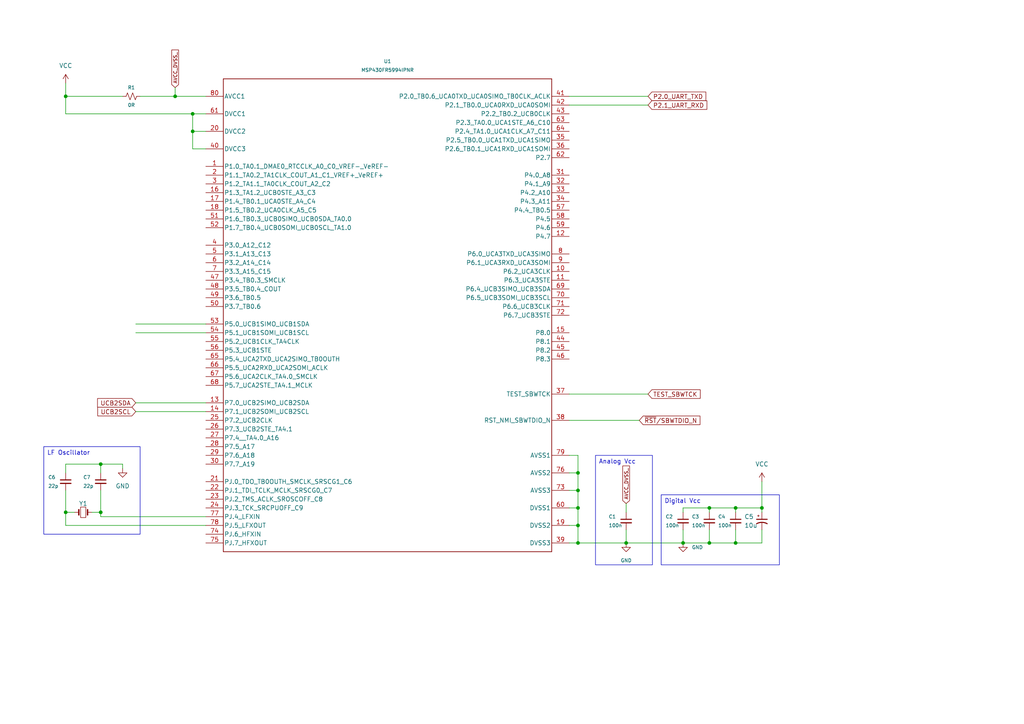
<source format=kicad_sch>
(kicad_sch (version 20230121) (generator eeschema)
  (paper "A4")
  (lib_symbols
    (symbol "Device:C_Polarized_Small_US" (pin_numbers hide) (pin_names (offset 0.254) hide)
      (property "Reference" "C" (at 0.254 1.778 0))
      (property "Value" "C_Polarized_Small_US" (at 0.254 -2.032 0))
      (symbol "C_Polarized_Small_US_0_1"
        (polyline (pts (xy -1.524 0.508) (xy 1.524 0.508)) (stroke (width 0.3048)))
        (polyline (pts (xy -1.27 1.524) (xy -0.762 1.524)))
        (polyline (pts (xy -1.016 1.27) (xy -1.016 1.778)))
        (arc (start 1.524 -0.762) (mid 0 -0.3734) (end -1.524 -0.762) (stroke (width 0.3048)))
      )
      (symbol "C_Polarized_Small_US_1_1"
        (pin passive line (at 0 2.54 270) (length 2.032) (name "~") (number "1"))
        (pin passive line (at 0 -2.54 90) (length 2.032) (name "~") (number "2"))
      )
    )
    (symbol "Device:C_Small" (pin_numbers hide) (pin_names (offset 0.254) hide)
      (property "Reference" "C" (at 0.254 1.778 0))
      (property "Value" "C_Small" (at 0.254 -2.032 0))
      (symbol "C_Small_0_1"
        (polyline (pts (xy -1.524 -0.508) (xy 1.524 -0.508)) (stroke (width 0.3302)))
        (polyline (pts (xy -1.524 0.508) (xy 1.524 0.508)) (stroke (width 0.3048)))
      )
      (symbol "C_Small_1_1"
        (pin passive line (at 0 2.54 270) (length 2.032) (name "~") (number "1"))
        (pin passive line (at 0 -2.54 90) (length 2.032) (name "~") (number "2"))
      )
    )
    (symbol "Device:Crystal_Small" (pin_numbers hide) (pin_names (offset 1.016) hide)
      (property "Reference" "Y" (at 0 2.54 0))
      (property "Value" "Crystal_Small" (at 0 -2.54 0))
      (symbol "Crystal_Small_0_1"
        (rectangle (start -0.762 -1.524) (end 0.762 1.524))
        (polyline (pts (xy -1.27 -0.762) (xy -1.27 0.762)) (stroke (width 0.381)))
        (polyline (pts (xy 1.27 -0.762) (xy 1.27 0.762)) (stroke (width 0.381)))
      )
      (symbol "Crystal_Small_1_1"
        (pin passive line (at -2.54 0 0) (length 1.27) (name "1") (number "1"))
        (pin passive line (at 2.54 0 180) (length 1.27) (name "2") (number "2"))
      )
    )
    (symbol "Device:R_Small_US" (pin_numbers hide) (pin_names (offset 0.254) hide)
      (property "Reference" "R" (at 0.762 0.508 0))
      (property "Value" "R_Small_US" (at 0.762 -1.016 0))
      (symbol "R_Small_US_1_1"
        (polyline (pts (xy 0 0) (xy 1.016 -0.381) (xy 0 -0.762) (xy -1.016 -1.143) (xy 0 -1.524)))
        (polyline (pts (xy 0 1.524) (xy 1.016 1.143) (xy 0 0.762) (xy -1.016 0.381) (xy 0 0)))
        (pin passive line (at 0 2.54 270) (length 1.016) (name "~") (number "1"))
        (pin passive line (at 0 -2.54 90) (length 1.016) (name "~") (number "2"))
      )
    )
    (symbol "LiFi_Receiver:MSP430FR5994IPNR" (pin_names (offset 0.254))
      (property "Reference" "U" (at 0 2.54 0))
      (property "Value" "MSP430FR5994IPNR" (at -34.29 1.27 0))
      (symbol "MSP430FR5994IPNR_0_1"
        (polyline (pts (xy -81.28 -68.58) (xy 13.97 -68.58)) (stroke (width 0.2032)))
        (polyline (pts (xy -81.28 68.58) (xy -81.28 -68.58)) (stroke (width 0.2032)))
        (polyline (pts (xy 13.97 -68.58) (xy 13.97 68.58)) (stroke (width 0.2032)))
        (polyline (pts (xy 13.97 68.58) (xy -81.28 68.58)) (stroke (width 0.2032)))
        (pin bidirectional line (at -86.36 43.18 0) (length 5.08) (name "P1.0_TA0.1_DMAE0_RTCCLK_A0_C0_VREF-_VeREF-") (number "1"))
        (pin bidirectional line (at 19.05 12.7 180) (length 5.08) (name "P6.2_UCA3CLK") (number "10"))
        (pin bidirectional line (at 19.05 10.16 180) (length 5.08) (name "P6.3_UCA3STE") (number "11"))
        (pin bidirectional line (at 19.05 22.86 180) (length 5.08) (name "P4.7") (number "12"))
        (pin bidirectional line (at -86.36 -25.4 0) (length 5.08) (name "P7.0_UCB2SIMO_UCB2SDA") (number "13"))
        (pin bidirectional line (at -86.36 -27.94 0) (length 5.08) (name "P7.1_UCB2SOMI_UCB2SCL") (number "14"))
        (pin bidirectional line (at 19.05 -5.08 180) (length 5.08) (name "P8.0") (number "15"))
        (pin bidirectional line (at -86.36 35.56 0) (length 5.08) (name "P1.3_TA1.2_UCB0STE_A3_C3") (number "16"))
        (pin bidirectional line (at -86.36 33.02 0) (length 5.08) (name "P1.4_TB0.1_UCA0STE_A4_C4") (number "17"))
        (pin bidirectional line (at -86.36 30.48 0) (length 5.08) (name "P1.5_TB0.2_UCA0CLK_A5_C5") (number "18"))
        (pin power_in line (at 19.05 -60.96 180) (length 5.08) (name "DVSS2") (number "19"))
        (pin bidirectional line (at -86.36 40.64 0) (length 5.08) (name "P1.1_TA0.2_TA1CLK_COUT_A1_C1_VREF+_VeREF+") (number "2"))
        (pin power_in line (at -86.36 53.34 0) (length 5.08) (name "DVCC2") (number "20"))
        (pin bidirectional line (at -86.36 -48.26 0) (length 5.08) (name "PJ.0_TDO_TB0OUTH_SMCLK_SRSCG1_C6") (number "21"))
        (pin bidirectional line (at -86.36 -50.8 0) (length 5.08) (name "PJ.1_TDI_TCLK_MCLK_SRSCG0_C7") (number "22"))
        (pin bidirectional line (at -86.36 -53.34 0) (length 5.08) (name "PJ.2_TMS_ACLK_SROSCOFF_C8") (number "23"))
        (pin bidirectional line (at -86.36 -55.88 0) (length 5.08) (name "PJ.3_TCK_SRCPUOFF_C9") (number "24"))
        (pin bidirectional line (at -86.36 -30.48 0) (length 5.08) (name "P7.2_UCB2CLK") (number "25"))
        (pin bidirectional line (at -86.36 -33.02 0) (length 5.08) (name "P7.3_UCB2STE_TA4.1") (number "26"))
        (pin bidirectional line (at -86.36 -35.56 0) (length 5.08) (name "P7.4__TA4.0_A16") (number "27"))
        (pin bidirectional line (at -86.36 -38.1 0) (length 5.08) (name "P7.5_A17") (number "28"))
        (pin bidirectional line (at -86.36 -40.64 0) (length 5.08) (name "P7.6_A18") (number "29"))
        (pin bidirectional line (at -86.36 38.1 0) (length 5.08) (name "P1.2_TA1.1_TA0CLK_COUT_A2_C2") (number "3"))
        (pin bidirectional line (at -86.36 -43.18 0) (length 5.08) (name "P7.7_A19") (number "30"))
        (pin bidirectional line (at 19.05 40.64 180) (length 5.08) (name "P4.0_A8") (number "31"))
        (pin bidirectional line (at 19.05 38.1 180) (length 5.08) (name "P4.1_A9") (number "32"))
        (pin bidirectional line (at 19.05 35.56 180) (length 5.08) (name "P4.2_A10") (number "33"))
        (pin bidirectional line (at 19.05 33.02 180) (length 5.08) (name "P4.3_A11") (number "34"))
        (pin bidirectional line (at 19.05 50.8 180) (length 5.08) (name "P2.5_TB0.0_UCA1TXD_UCA1SIMO") (number "35"))
        (pin bidirectional line (at 19.05 48.26 180) (length 5.08) (name "P2.6_TB0.1_UCA1RXD_UCA1SOMI") (number "36"))
        (pin input line (at 19.05 -22.86 180) (length 5.08) (name "TEST_SBWTCK") (number "37"))
        (pin bidirectional line (at 19.05 -30.48 180) (length 5.08) (name "RST_NMI_SBWTDIO_N") (number "38"))
        (pin power_in line (at 19.05 -66.04 180) (length 5.08) (name "DVSS3") (number "39"))
        (pin bidirectional line (at -86.36 20.32 0) (length 5.08) (name "P3.0_A12_C12") (number "4"))
        (pin power_in line (at -86.36 48.26 0) (length 5.08) (name "DVCC3") (number "40"))
        (pin bidirectional line (at 19.05 63.5 180) (length 5.08) (name "P2.0_TB0.6_UCA0TXD_UCA0SIMO_TB0CLK_ACLK") (number "41"))
        (pin bidirectional line (at 19.05 60.96 180) (length 5.08) (name "P2.1_TB0.0_UCA0RXD_UCA0SOMI") (number "42"))
        (pin bidirectional line (at 19.05 58.42 180) (length 5.08) (name "P2.2_TB0.2_UCB0CLK") (number "43"))
        (pin bidirectional line (at 19.05 -7.62 180) (length 5.08) (name "P8.1") (number "44"))
        (pin bidirectional line (at 19.05 -10.16 180) (length 5.08) (name "P8.2") (number "45"))
        (pin bidirectional line (at 19.05 -12.7 180) (length 5.08) (name "P8.3") (number "46"))
        (pin bidirectional line (at -86.36 10.16 0) (length 5.08) (name "P3.4_TB0.3_SMCLK") (number "47"))
        (pin bidirectional line (at -86.36 7.62 0) (length 5.08) (name "P3.5_TB0.4_COUT") (number "48"))
        (pin bidirectional line (at -86.36 5.08 0) (length 5.08) (name "P3.6_TB0.5") (number "49"))
        (pin bidirectional line (at -86.36 17.78 0) (length 5.08) (name "P3.1_A13_C13") (number "5"))
        (pin bidirectional line (at -86.36 2.54 0) (length 5.08) (name "P3.7_TB0.6") (number "50"))
        (pin bidirectional line (at -86.36 27.94 0) (length 5.08) (name "P1.6_TB0.3_UCB0SIMO_UCB0SDA_TA0.0") (number "51"))
        (pin bidirectional line (at -86.36 25.4 0) (length 5.08) (name "P1.7_TB0.4_UCB0SOMI_UCB0SCL_TA1.0") (number "52"))
        (pin bidirectional line (at -86.36 -2.54 0) (length 5.08) (name "P5.0_UCB1SIMO_UCB1SDA") (number "53"))
        (pin bidirectional line (at -86.36 -5.08 0) (length 5.08) (name "P5.1_UCB1SOMI_UCB1SCL") (number "54"))
        (pin bidirectional line (at -86.36 -7.62 0) (length 5.08) (name "P5.2_UCB1CLK_TA4CLK") (number "55"))
        (pin bidirectional line (at -86.36 -10.16 0) (length 5.08) (name "P5.3_UCB1STE") (number "56"))
        (pin bidirectional line (at 19.05 30.48 180) (length 5.08) (name "P4.4_TB0.5") (number "57"))
        (pin bidirectional line (at 19.05 27.94 180) (length 5.08) (name "P4.5") (number "58"))
        (pin bidirectional line (at 19.05 25.4 180) (length 5.08) (name "P4.6") (number "59"))
        (pin bidirectional line (at -86.36 15.24 0) (length 5.08) (name "P3.2_A14_C14") (number "6"))
        (pin power_in line (at 19.05 -55.88 180) (length 5.08) (name "DVSS1") (number "60"))
        (pin power_in line (at -86.36 58.42 0) (length 5.08) (name "DVCC1") (number "61"))
        (pin bidirectional line (at 19.05 45.72 180) (length 5.08) (name "P2.7") (number "62"))
        (pin bidirectional line (at 19.05 55.88 180) (length 5.08) (name "P2.3_TA0.0_UCA1STE_A6_C10") (number "63"))
        (pin bidirectional line (at 19.05 53.34 180) (length 5.08) (name "P2.4_TA1.0_UCA1CLK_A7_C11") (number "64"))
        (pin bidirectional line (at -86.36 -12.7 0) (length 5.08) (name "P5.4_UCA2TXD_UCA2SIMO_TB0OUTH") (number "65"))
        (pin bidirectional line (at -86.36 -15.24 0) (length 5.08) (name "P5.5_UCA2RXD_UCA2SOMI_ACLK") (number "66"))
        (pin bidirectional line (at -86.36 -17.78 0) (length 5.08) (name "P5.6_UCA2CLK_TA4.0_SMCLK") (number "67"))
        (pin bidirectional line (at -86.36 -20.32 0) (length 5.08) (name "P5.7_UCA2STE_TA4.1_MCLK") (number "68"))
        (pin bidirectional line (at 19.05 7.62 180) (length 5.08) (name "P6.4_UCB3SIMO_UCB3SDA") (number "69"))
        (pin bidirectional line (at -86.36 12.7 0) (length 5.08) (name "P3.3_A15_C15") (number "7"))
        (pin bidirectional line (at 19.05 5.08 180) (length 5.08) (name "P6.5_UCB3SOMI_UCB3SCL") (number "70"))
        (pin bidirectional line (at 19.05 2.54 180) (length 5.08) (name "P6.6_UCB3CLK") (number "71"))
        (pin bidirectional line (at 19.05 0 180) (length 5.08) (name "P6.7_UCB3STE") (number "72"))
        (pin power_in line (at 19.05 -50.8 180) (length 5.08) (name "AVSS3") (number "73"))
        (pin bidirectional line (at -86.36 -63.5 0) (length 5.08) (name "PJ.6_HFXIN") (number "74"))
        (pin bidirectional line (at -86.36 -66.04 0) (length 5.08) (name "PJ.7_HFXOUT") (number "75"))
        (pin power_in line (at 19.05 -45.72 180) (length 5.08) (name "AVSS2") (number "76"))
        (pin bidirectional line (at -86.36 -58.42 0) (length 5.08) (name "PJ.4_LFXIN") (number "77"))
        (pin bidirectional line (at -86.36 -60.96 0) (length 5.08) (name "PJ.5_LFXOUT") (number "78"))
        (pin power_in line (at 19.05 -40.64 180) (length 5.08) (name "AVSS1") (number "79"))
        (pin bidirectional line (at 19.05 17.78 180) (length 5.08) (name "P6.0_UCA3TXD_UCA3SIMO") (number "8"))
        (pin power_in line (at -86.36 63.5 0) (length 5.08) (name "AVCC1") (number "80"))
        (pin bidirectional line (at 19.05 15.24 180) (length 5.08) (name "P6.1_UCA3RXD_UCA3SOMI") (number "9"))
      )
    )
    (symbol "power:GND" (power) (pin_names (offset 0))
      (property "Value" "GND" (at 0 -3.81 0))
      (symbol "GND_0_1"
        (polyline (pts (xy 0 0) (xy 0 -1.27) (xy 1.27 -1.27) (xy 0 -2.54) (xy -1.27 -1.27) (xy 0 -1.27)))
      )
      (symbol "GND_1_1"
        (pin power_in line (at 0 0 270) (length 0) hide (name "GND") (number "1"))
      )
    )
    (symbol "power:VCC" (power) (pin_names (offset 0))
      (property "Value" "VCC" (at 0 3.81 0))
      (symbol "VCC_0_1"
        (polyline (pts (xy -0.762 1.27) (xy 0 2.54)))
        (polyline (pts (xy 0 0) (xy 0 2.54)))
        (polyline (pts (xy 0 2.54) (xy 0.762 1.27)))
      )
      (symbol "VCC_1_1"
        (pin power_in line (at 0 0 90) (length 0) hide (name "VCC") (number "1"))
      )
    )
  )
  (junction (at 19.05 27.94))
  (junction (at 167.64 152.4))
  (junction (at 55.88 33.02))
  (junction (at 167.64 142.24))
  (junction (at 50.8 27.94))
  (junction (at 198.12 157.48))
  (junction (at 205.74 157.48))
  (junction (at 181.61 157.48))
  (junction (at 29.21 148.59))
  (junction (at 19.05 148.59))
  (junction (at 29.21 134.62))
  (junction (at 167.64 157.48))
  (junction (at 220.98 147.32))
  (junction (at 213.36 157.48))
  (junction (at 205.74 147.32))
  (junction (at 167.64 147.32))
  (junction (at 55.88 38.1))
  (junction (at 167.64 137.16))
  (junction (at 213.36 147.32))
  (wire (pts (xy 167.64 137.16) (xy 167.64 142.24)))
  (wire (pts (xy 59.69 149.86) (xy 29.21 149.86)))
  (wire (pts (xy 198.12 148.59) (xy 198.12 147.32)))
  (wire (pts (xy 220.98 147.32) (xy 220.98 148.59)))
  (wire (pts (xy 19.05 152.4) (xy 19.05 148.59)))
  (wire (pts (xy 165.1 27.94) (xy 187.96 27.94)))
  (wire (pts (xy 29.21 134.62) (xy 35.56 134.62)))
  (wire (pts (xy 55.88 33.02) (xy 59.69 33.02)))
  (wire (pts (xy 39.37 116.84) (xy 59.69 116.84)))
  (wire (pts (xy 165.1 137.16) (xy 167.64 137.16)))
  (wire (pts (xy 198.12 157.48) (xy 205.74 157.48)))
  (wire (pts (xy 167.64 157.48) (xy 165.1 157.48)))
  (wire (pts (xy 167.64 132.08) (xy 167.64 137.16)))
  (wire (pts (xy 167.64 157.48) (xy 181.61 157.48)))
  (wire (pts (xy 213.36 157.48) (xy 220.98 157.48)))
  (wire (pts (xy 39.37 96.52) (xy 59.69 96.52)))
  (wire (pts (xy 35.56 134.62) (xy 35.56 135.89)))
  (wire (pts (xy 19.05 27.94) (xy 19.05 33.02)))
  (wire (pts (xy 50.8 25.4) (xy 50.8 27.94)))
  (wire (pts (xy 39.37 119.38) (xy 59.69 119.38)))
  (wire (pts (xy 40.64 27.94) (xy 50.8 27.94)))
  (wire (pts (xy 19.05 27.94) (xy 35.56 27.94)))
  (wire (pts (xy 165.1 121.92) (xy 185.42 121.92)))
  (wire (pts (xy 39.37 93.98) (xy 59.69 93.98)))
  (wire (pts (xy 55.88 38.1) (xy 59.69 38.1)))
  (wire (pts (xy 29.21 149.86) (xy 29.21 148.59)))
  (wire (pts (xy 213.36 147.32) (xy 213.36 148.59)))
  (wire (pts (xy 205.74 147.32) (xy 213.36 147.32)))
  (wire (pts (xy 165.1 152.4) (xy 167.64 152.4)))
  (wire (pts (xy 205.74 153.67) (xy 205.74 157.48)))
  (wire (pts (xy 59.69 43.18) (xy 55.88 43.18)))
  (wire (pts (xy 165.1 114.3) (xy 187.96 114.3)))
  (wire (pts (xy 165.1 142.24) (xy 167.64 142.24)))
  (wire (pts (xy 19.05 24.13) (xy 19.05 27.94)))
  (wire (pts (xy 167.64 142.24) (xy 167.64 147.32)))
  (wire (pts (xy 19.05 148.59) (xy 21.59 148.59)))
  (wire (pts (xy 181.61 146.05) (xy 181.61 148.59)))
  (wire (pts (xy 181.61 157.48) (xy 198.12 157.48)))
  (wire (pts (xy 19.05 33.02) (xy 55.88 33.02)))
  (wire (pts (xy 55.88 38.1) (xy 55.88 33.02)))
  (wire (pts (xy 59.69 152.4) (xy 19.05 152.4)))
  (wire (pts (xy 165.1 147.32) (xy 167.64 147.32)))
  (wire (pts (xy 220.98 157.48) (xy 220.98 153.67)))
  (wire (pts (xy 165.1 132.08) (xy 167.64 132.08)))
  (wire (pts (xy 26.67 148.59) (xy 29.21 148.59)))
  (wire (pts (xy 205.74 147.32) (xy 205.74 148.59)))
  (wire (pts (xy 213.36 147.32) (xy 220.98 147.32)))
  (wire (pts (xy 19.05 134.62) (xy 19.05 137.16)))
  (wire (pts (xy 213.36 153.67) (xy 213.36 157.48)))
  (wire (pts (xy 19.05 134.62) (xy 29.21 134.62)))
  (wire (pts (xy 198.12 153.67) (xy 198.12 157.48)))
  (wire (pts (xy 55.88 43.18) (xy 55.88 38.1)))
  (wire (pts (xy 167.64 147.32) (xy 167.64 152.4)))
  (wire (pts (xy 205.74 157.48) (xy 213.36 157.48)))
  (wire (pts (xy 198.12 147.32) (xy 205.74 147.32)))
  (wire (pts (xy 50.8 27.94) (xy 59.69 27.94)))
  (wire (pts (xy 220.98 139.7) (xy 220.98 147.32)))
  (wire (pts (xy 181.61 153.67) (xy 181.61 157.48)))
  (wire (pts (xy 29.21 134.62) (xy 29.21 137.16)))
  (wire (pts (xy 165.1 30.48) (xy 187.96 30.48)))
  (wire (pts (xy 29.21 142.24) (xy 29.21 148.59)))
  (wire (pts (xy 19.05 142.24) (xy 19.05 148.59)))
  (wire (pts (xy 167.64 152.4) (xy 167.64 157.48)))
  (text_box "Analog Vcc\n" (at 172.72 132.08 0) (size 16.51 31.75) (effects (font (size 1.27 1.27)) (justify left top)))
  (text_box "Digital Vcc" (at 191.77 143.51 0) (size 34.29 20.32) (effects (font (size 1.27 1.27)) (justify left top)))
  (text_box "LF Oscillator\n" (at 12.7 129.54 0) (size 27.94 25.4) (effects (font (size 1.27 1.27)) (justify left top)))
  (global_label "AVCC_DVSS_" (shape input) (at 181.61 146.05 90) (effects (font (size 1 1))) (property "Intersheetrefs" "${INTERSHEET_REFS}" (effects hide)))
  (global_label "UCB2SDA" (shape input) (at 39.37 116.84 180) (property "Intersheetrefs" "${INTERSHEET_REFS}" (effects hide)))
  (global_label "AVCC_DVSS_" (shape input) (at 50.8 25.4 90) (effects (font (size 1 1))) (property "Intersheetrefs" "${INTERSHEET_REFS}" (effects hide)))
  (global_label "~{RST}{slash}SBWTDIO_N" (shape input) (at 185.42 121.92 0) (property "Intersheetrefs" "${INTERSHEET_REFS}" (effects hide)))
  (global_label "UCB2SCL" (shape input) (at 39.37 119.38 180) (property "Intersheetrefs" "${INTERSHEET_REFS}" (effects hide)))
  (global_label "P2.0_UART_TXD" (shape input) (at 187.96 27.94 0) (property "Intersheetrefs" "${INTERSHEET_REFS}" (effects hide)))
  (global_label "P2.1_UART_RXD" (shape input) (at 187.96 30.48 0) (property "Intersheetrefs" "${INTERSHEET_REFS}" (effects hide)))
  (global_label "TEST_SBWTCK" (shape input) (at 187.96 114.3 0) (property "Intersheetrefs" "${INTERSHEET_REFS}" (effects hide)))
  (symbol (lib_id "Device:C_Small") (at 198.12 151.13 0) (unit 1)
    (property "Reference" "C2" (at 193.04 149.86 0) (effects (font (size 1 1)) (justify left)))
    (property "Value" "100n" (at 193.04 152.4 0) (effects (font (size 1 1)) (justify left)))
    (property "Footprint" "Capacitor_SMD:C_01005_0402Metric" (effects hide))
  )
  (symbol (lib_id "power:VCC") (at 220.98 139.7 0) (unit 1)
    (property "Reference" "#2.4FromReg0113" (effects hide))
    (property "Value" "VCC" (at 220.98 134.62 0))
  )
  (symbol (lib_id "power:GND") (at 35.56 135.89 0) (unit 1)
    (property "Reference" "#PWR03" (effects hide))
    (property "Value" "GND" (at 35.56 140.97 0))
  )
  (symbol (lib_id "Device:R_Small_US") (at 38.1 27.94 90) (unit 1)
    (property "Reference" "R1" (at 38.1 25.4 90) (effects (font (size 1 1))))
    (property "Value" "0R" (at 38.1 30.48 90) (effects (font (size 1 1))))
    (property "Footprint" "Resistor_SMD:R_01005_0402Metric" (effects hide))
  )
  (symbol (lib_id "power:GND") (at 181.61 157.48 0) (unit 1)
    (property "Reference" "#PWR01" (effects hide))
    (property "Value" "GND" (at 181.61 162.56 0) (effects (font (size 1 1))))
  )
  (symbol (lib_id "power:VCC") (at 19.05 24.13 0) (unit 1)
    (property "Reference" "#2.4FromReg0112" (effects hide))
    (property "Value" "VCC" (at 19.05 19.05 0))
  )
  (symbol (lib_id "Device:C_Small") (at 213.36 151.13 0) (unit 1)
    (property "Reference" "C4" (at 208.28 149.86 0) (effects (font (size 1 1)) (justify left)))
    (property "Value" "100n" (at 208.28 152.4 0) (effects (font (size 1 1)) (justify left)))
    (property "Footprint" "Capacitor_SMD:C_01005_0402Metric" (effects hide))
  )
  (symbol (lib_id "power:GND") (at 198.12 157.48 0) (unit 1)
    (property "Reference" "#PWR02" (effects hide))
    (property "Value" "GND" (at 200.66 158.7499 0) (effects (font (size 1 1)) (justify left)))
  )
  (symbol (lib_id "Device:C_Small") (at 205.74 151.13 0) (unit 1)
    (property "Reference" "C3" (at 200.66 149.86 0) (effects (font (size 1 1)) (justify left)))
    (property "Value" "100n" (at 200.66 152.4 0) (effects (font (size 1 1)) (justify left)))
    (property "Footprint" "Capacitor_SMD:C_01005_0402Metric" (effects hide))
  )
  (symbol (lib_id "Device:C_Polarized_Small_US") (at 220.98 151.13 0) (unit 1)
    (property "Reference" "C5" (at 215.9 149.86 0) (effects (justify left)))
    (property "Value" "10u" (at 215.9 152.4 0) (effects (justify left)))
    (property "Footprint" "LIFI-FOOTPRINTS:TAJA_AVX-M" (effects hide))
  )
  (symbol (lib_id "Device:Crystal_Small") (at 24.13 148.59 0) (unit 1)
    (property "Reference" "Y1" (at 24.13 146.05 0))
    (property "Value" "Crystal_Small" (effects hide))
    (property "Footprint" "Library:xtal-2" (effects hide))
  )
  (symbol (lib_id "Device:C_Small") (at 181.61 151.13 0) (unit 1)
    (property "Reference" "C1" (at 176.53 149.86 0) (effects (font (size 1 1)) (justify left)))
    (property "Value" "100n" (at 176.53 152.4 0) (effects (font (size 1 1)) (justify left)))
    (property "Footprint" "Capacitor_SMD:C_01005_0402Metric" (effects hide))
  )
  (symbol (lib_id "Device:C_Small") (at 29.21 139.7 0) (unit 1)
    (property "Reference" "C7" (at 24.13 138.43 0) (effects (font (size 1 1)) (justify left)))
    (property "Value" "22p" (at 24.13 140.97 0) (effects (font (size 1 1)) (justify left)))
    (property "Footprint" "Capacitor_SMD:C_01005_0402Metric" (effects hide))
  )
  (symbol (lib_id "Device:C_Small") (at 19.05 139.7 0) (unit 1)
    (property "Reference" "C6" (at 13.97 138.43 0) (effects (font (size 1 1)) (justify left)))
    (property "Value" "22p" (at 13.97 140.97 0) (effects (font (size 1 1)) (justify left)))
    (property "Footprint" "Capacitor_SMD:C_01005_0402Metric" (effects hide))
  )
  (symbol (lib_id "LiFi_Receiver:MSP430FR5994IPNR") (at 146.05 91.44 0) (unit 1)
    (property "Reference" "U1" (at 112.395 17.78 0) (effects (font (size 1 1))))
    (property "Value" "MSP430FR5994IPNR" (at 112.395 20.32 0) (effects (font (size 1 1))))
    (property "Footprint" "Library:PN0080A_L" (effects hide))
    (property "Datasheet" "MSP430FR5994IPNR" (effects hide))
  )
)
</source>
